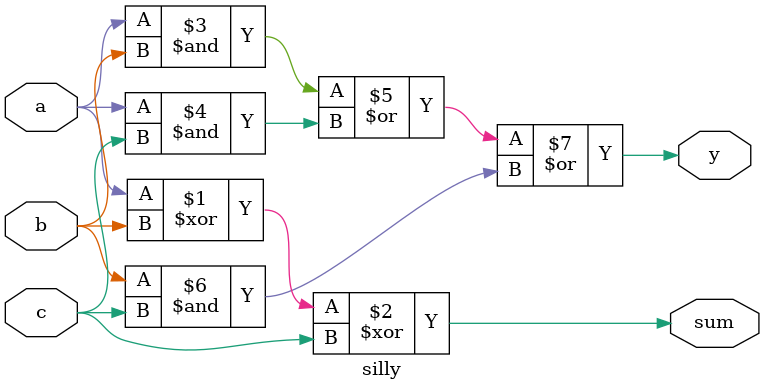
<source format=sv>
module silly (input  logic a, b, c, output logic y, sum);
   
  assign sum = a ^ b ^ c;

  assign y = (a & b) | (a & c) | (b & c);
   
endmodule

</source>
